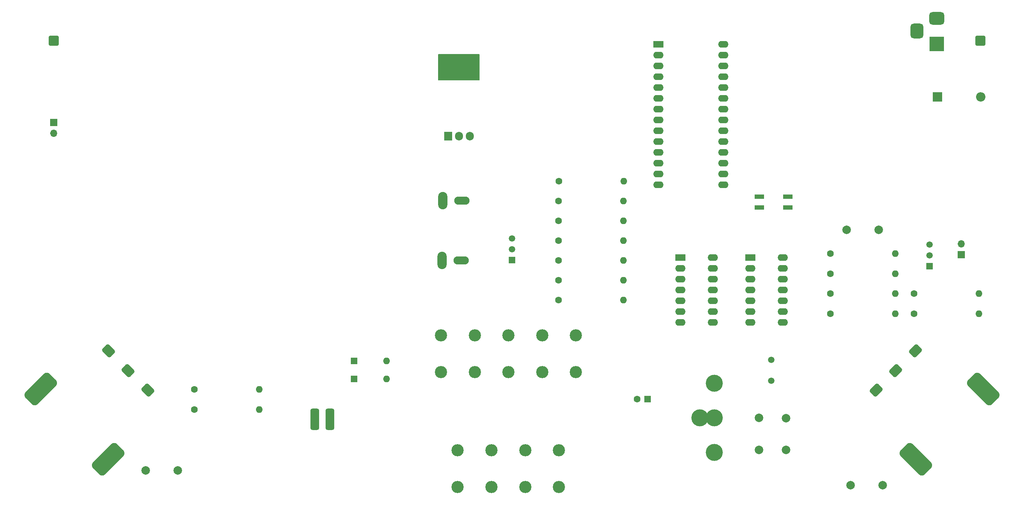
<source format=gbr>
%TF.GenerationSoftware,KiCad,Pcbnew,7.0.10*%
%TF.CreationDate,2024-02-29T16:26:42-05:00*%
%TF.ProjectId,Telstar Alpha,54656c73-7461-4722-9041-6c7068612e6b,0.1*%
%TF.SameCoordinates,Original*%
%TF.FileFunction,Soldermask,Bot*%
%TF.FilePolarity,Negative*%
%FSLAX46Y46*%
G04 Gerber Fmt 4.6, Leading zero omitted, Abs format (unit mm)*
G04 Created by KiCad (PCBNEW 7.0.10) date 2024-02-29 16:26:42*
%MOMM*%
%LPD*%
G01*
G04 APERTURE LIST*
G04 Aperture macros list*
%AMRoundRect*
0 Rectangle with rounded corners*
0 $1 Rounding radius*
0 $2 $3 $4 $5 $6 $7 $8 $9 X,Y pos of 4 corners*
0 Add a 4 corners polygon primitive as box body*
4,1,4,$2,$3,$4,$5,$6,$7,$8,$9,$2,$3,0*
0 Add four circle primitives for the rounded corners*
1,1,$1+$1,$2,$3*
1,1,$1+$1,$4,$5*
1,1,$1+$1,$6,$7*
1,1,$1+$1,$8,$9*
0 Add four rect primitives between the rounded corners*
20,1,$1+$1,$2,$3,$4,$5,0*
20,1,$1+$1,$4,$5,$6,$7,0*
20,1,$1+$1,$6,$7,$8,$9,0*
20,1,$1+$1,$8,$9,$2,$3,0*%
G04 Aperture macros list end*
%ADD10C,0.150000*%
%ADD11C,2.865000*%
%ADD12R,2.160000X1.120000*%
%ADD13C,1.600000*%
%ADD14O,1.600000X1.600000*%
%ADD15O,2.154000X4.104000*%
%ADD16O,3.604000X1.904000*%
%ADD17R,3.500000X3.500000*%
%ADD18RoundRect,0.750000X-1.000000X0.750000X-1.000000X-0.750000X1.000000X-0.750000X1.000000X0.750000X0*%
%ADD19RoundRect,0.750000X-0.750000X1.000000X-0.750000X-1.000000X0.750000X-1.000000X0.750000X1.000000X0*%
%ADD20O,3.500000X3.500000*%
%ADD21R,1.905000X2.000000*%
%ADD22O,1.905000X2.000000*%
%ADD23R,2.400000X1.600000*%
%ADD24O,2.400000X1.600000*%
%ADD25C,2.000000*%
%ADD26O,2.200000X2.200000*%
%ADD27R,2.200000X2.200000*%
%ADD28RoundRect,1.000000X-2.828427X1.414214X1.414214X-2.828427X2.828427X-1.414214X-1.414214X2.828427X0*%
%ADD29RoundRect,0.562500X-0.176777X-0.972272X0.972272X0.176777X0.176777X0.972272X-0.972272X-0.176777X0*%
%ADD30R,1.500000X1.500000*%
%ADD31C,1.500000*%
%ADD32RoundRect,0.250001X-0.899999X-0.899999X0.899999X-0.899999X0.899999X0.899999X-0.899999X0.899999X0*%
%ADD33R,1.600000X1.600000*%
%ADD34R,1.700000X1.700000*%
%ADD35O,1.700000X1.700000*%
%ADD36C,4.000000*%
%ADD37RoundRect,0.400000X-0.600000X-2.100000X0.600000X-2.100000X0.600000X2.100000X-0.600000X2.100000X0*%
%ADD38RoundRect,0.562500X-0.972272X0.176777X0.176777X-0.972272X0.972272X-0.176777X-0.176777X0.972272X0*%
%ADD39RoundRect,1.000000X1.414214X2.828427X-2.828427X-1.414214X-1.414214X-2.828427X2.828427X1.414214X0*%
G04 APERTURE END LIST*
D10*
X116720000Y-32713000D02*
X126320000Y-32713000D01*
X126320000Y-38713000D01*
X116720000Y-38713000D01*
X116720000Y-32713000D01*
G36*
X116720000Y-32713000D02*
G01*
X126320000Y-32713000D01*
X126320000Y-38713000D01*
X116720000Y-38713000D01*
X116720000Y-32713000D01*
G37*
D11*
%TO.C,SW2*%
X121250000Y-134390000D03*
X129170000Y-134390000D03*
X137090000Y-134390000D03*
X145010000Y-134390000D03*
X121250000Y-125750000D03*
X129170000Y-125750000D03*
X137090000Y-125750000D03*
X145010000Y-125750000D03*
%TD*%
%TO.C,SW3*%
X117320000Y-107390000D03*
X125240000Y-107390000D03*
X133160000Y-107390000D03*
X141080000Y-107390000D03*
X149000000Y-107390000D03*
X117320000Y-98750000D03*
X125240000Y-98750000D03*
X133160000Y-98750000D03*
X141080000Y-98750000D03*
X149000000Y-98750000D03*
%TD*%
D12*
%TO.C,SW5*%
X192045000Y-68750000D03*
X192045000Y-66210000D03*
X198775000Y-66210000D03*
X198775000Y-68750000D03*
%TD*%
D13*
%TO.C,R15*%
X144950000Y-90500000D03*
D14*
X160190000Y-90500000D03*
%TD*%
D15*
%TO.C,J6*%
X117757000Y-67134000D03*
D16*
X122257000Y-67134000D03*
%TD*%
D13*
%TO.C,R6*%
X228380000Y-93660000D03*
D14*
X243620000Y-93660000D03*
%TD*%
D17*
%TO.C,J2*%
X233750000Y-30250000D03*
D18*
X233750000Y-24250000D03*
D19*
X229050000Y-27250000D03*
%TD*%
D13*
%TO.C,R7*%
X59370000Y-111440000D03*
D14*
X74610000Y-111440000D03*
%TD*%
D15*
%TO.C,J5*%
X117549900Y-81134000D03*
D16*
X122049900Y-81134000D03*
%TD*%
D13*
%TO.C,R10*%
X144950000Y-67166700D03*
D14*
X160190000Y-67166700D03*
%TD*%
D13*
%TO.C,R3*%
X208722000Y-88970000D03*
D14*
X223962000Y-88970000D03*
%TD*%
D20*
%TO.C,U1*%
X121520000Y-35283000D03*
D21*
X118980000Y-51943000D03*
D22*
X121520000Y-51943000D03*
X124060000Y-51943000D03*
%TD*%
D23*
%TO.C,U4*%
X173525000Y-80500000D03*
D24*
X173525000Y-83040000D03*
X173525000Y-85580000D03*
X173525000Y-88120000D03*
X173525000Y-90660000D03*
X173525000Y-93200000D03*
X173525000Y-95740000D03*
X181145000Y-95740000D03*
X181145000Y-93200000D03*
X181145000Y-90660000D03*
X181145000Y-88120000D03*
X181145000Y-85580000D03*
X181145000Y-83040000D03*
X181145000Y-80500000D03*
%TD*%
D25*
%TO.C,C4*%
X198360000Y-125710000D03*
X198360000Y-118210000D03*
%TD*%
D26*
%TO.C,D1*%
X244080000Y-42750000D03*
D27*
X233920000Y-42750000D03*
%TD*%
D28*
%TO.C,RV2*%
X244646447Y-111411255D03*
X228835539Y-127929269D03*
D29*
X228711795Y-102448676D03*
X224115601Y-107044870D03*
X219519407Y-111641064D03*
%TD*%
D30*
%TO.C,Q1*%
X232000000Y-82540000D03*
D31*
X232000000Y-80000000D03*
X232000000Y-77460000D03*
%TD*%
D32*
%TO.C,J4*%
X244000000Y-29500000D03*
%TD*%
D33*
%TO.C,D3*%
X96940000Y-104750000D03*
D14*
X104560000Y-104750000D03*
%TD*%
D13*
%TO.C,R4*%
X208722000Y-93660000D03*
D14*
X223962000Y-93660000D03*
%TD*%
D30*
%TO.C,Q2*%
X134000000Y-81040000D03*
D31*
X134000000Y-78500000D03*
X134000000Y-75960000D03*
%TD*%
D32*
%TO.C,J3*%
X26350000Y-29500000D03*
%TD*%
D13*
%TO.C,R9*%
X144980000Y-62500000D03*
D14*
X160220000Y-62500000D03*
%TD*%
D34*
%TO.C,J1*%
X26350000Y-48702000D03*
D35*
X26350000Y-51242000D03*
%TD*%
D36*
%TO.C,SW4*%
X181500000Y-110050000D03*
X178100000Y-118150000D03*
X181500000Y-118150000D03*
X181500000Y-126250000D03*
%TD*%
D23*
%TO.C,U3*%
X190000000Y-80500000D03*
D24*
X190000000Y-83040000D03*
X190000000Y-85580000D03*
X190000000Y-88120000D03*
X190000000Y-90660000D03*
X190000000Y-93200000D03*
X190000000Y-95740000D03*
X197620000Y-95740000D03*
X197620000Y-93200000D03*
X197620000Y-90660000D03*
X197620000Y-88120000D03*
X197620000Y-85580000D03*
X197620000Y-83040000D03*
X197620000Y-80500000D03*
%TD*%
D31*
%TO.C,Y1*%
X194850000Y-109450000D03*
X194850000Y-104550000D03*
%TD*%
D13*
%TO.C,R8*%
X59370000Y-116190000D03*
D14*
X74610000Y-116190000D03*
%TD*%
D37*
%TO.C,SW1*%
X87722000Y-118500000D03*
X91278000Y-118500000D03*
%TD*%
D35*
%TO.C,LS1*%
X239500000Y-77235000D03*
D34*
X239500000Y-79775000D03*
%TD*%
D13*
%TO.C,R11*%
X144950000Y-71833300D03*
D14*
X160190000Y-71833300D03*
%TD*%
D25*
%TO.C,C1*%
X220092000Y-74000000D03*
X212592000Y-74000000D03*
%TD*%
D13*
%TO.C,R14*%
X144950000Y-85833300D03*
D14*
X160190000Y-85833300D03*
%TD*%
D33*
%TO.C,C2*%
X165865100Y-113730000D03*
D13*
X163365100Y-113730000D03*
%TD*%
D23*
%TO.C,U2*%
X168340000Y-30380000D03*
D24*
X168340000Y-32920000D03*
X168340000Y-35460000D03*
X168340000Y-38000000D03*
X168340000Y-40540000D03*
X168340000Y-43080000D03*
X168340000Y-45620000D03*
X168340000Y-48160000D03*
X168340000Y-50700000D03*
X168340000Y-53240000D03*
X168340000Y-55780000D03*
X168340000Y-58320000D03*
X168340000Y-60860000D03*
X168340000Y-63400000D03*
X183580000Y-63400000D03*
X183580000Y-60860000D03*
X183580000Y-58320000D03*
X183580000Y-55780000D03*
X183580000Y-53240000D03*
X183580000Y-50700000D03*
X183580000Y-48160000D03*
X183580000Y-45620000D03*
X183580000Y-43080000D03*
X183580000Y-40540000D03*
X183580000Y-38000000D03*
X183580000Y-35460000D03*
X183580000Y-32920000D03*
X183580000Y-30380000D03*
%TD*%
D13*
%TO.C,R13*%
X144950000Y-81166700D03*
D14*
X160190000Y-81166700D03*
%TD*%
D25*
%TO.C,C3*%
X192000000Y-125660000D03*
X192000000Y-118160000D03*
%TD*%
D13*
%TO.C,R2*%
X208722000Y-84280000D03*
D14*
X223962000Y-84280000D03*
%TD*%
D25*
%TO.C,C6*%
X221000000Y-134000000D03*
X213500000Y-134000000D03*
%TD*%
D13*
%TO.C,R1*%
X208722000Y-79590000D03*
D14*
X223962000Y-79590000D03*
%TD*%
D13*
%TO.C,R5*%
X228380000Y-88970000D03*
D14*
X243620000Y-88970000D03*
%TD*%
D33*
%TO.C,D2*%
X96940000Y-109000000D03*
D14*
X104560000Y-109000000D03*
%TD*%
D25*
%TO.C,C5*%
X48000000Y-130490000D03*
X55500000Y-130490000D03*
%TD*%
D13*
%TO.C,R12*%
X144950000Y-76500000D03*
D14*
X160190000Y-76500000D03*
%TD*%
D38*
%TO.C,RV1*%
X39258936Y-102448676D03*
X43855130Y-107044870D03*
X48451324Y-111641064D03*
D39*
X23324284Y-111411255D03*
X39135192Y-127929269D03*
%TD*%
M02*

</source>
